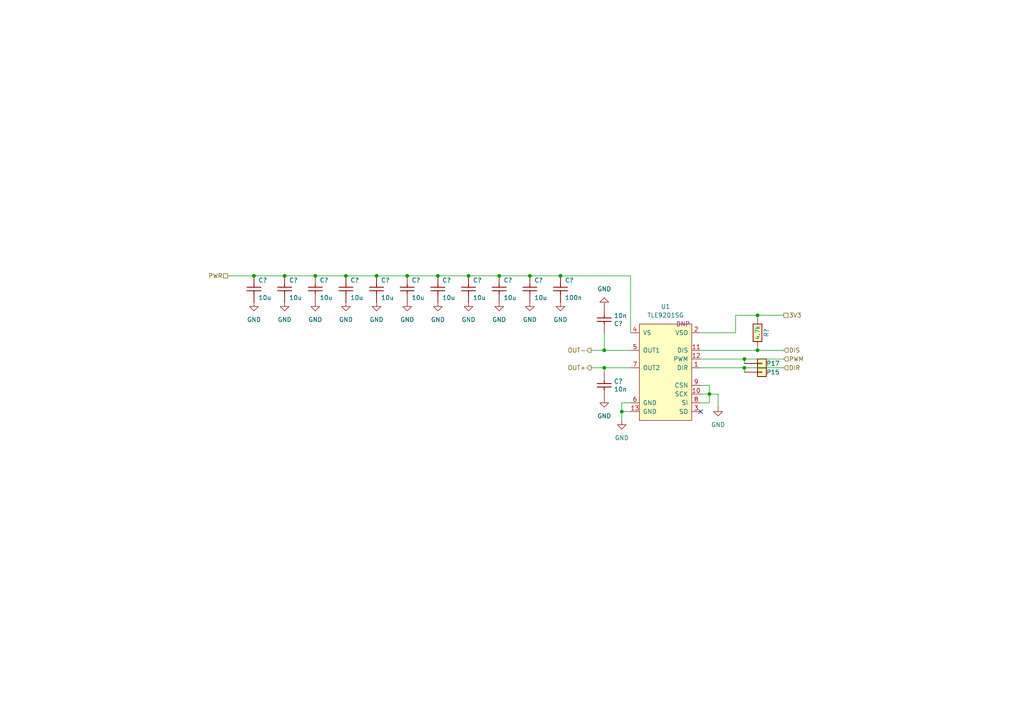
<source format=kicad_sch>
(kicad_sch (version 20231120) (generator "eeschema") (generator_version "8.0")
  (paper "A4")
  (title_block (title "UAEFI") (date "2024-08-15") (rev "D") (company "rusEFI.com"))
  (lib_symbols
    (symbol "GND_2" (power) (pin_numbers hide) (pin_names (offset 0) hide)
      (property "Value" "GND" (at 0 -3.81 0))
      (symbol "GND_2_0_1"
        (polyline (pts (xy 0 0) (xy 0 -1.27) (xy 1.27 -1.27) (xy 0 -2.54) (xy -1.27 -1.27) (xy 0 -1.27)))
      )
      (symbol "GND_2_1_1"
        (pin power_in line (at 0 0 270) (length 0) (name "~") (number "1"))
      )
    )
    (symbol "chips:TLE9201SG" (pin_names (offset 1.016))
      (property "Reference" "U" (at -1.27 3.81 0))
      (property "Value" "TLE9201SG" (at 2.54 1.27 0))
      (symbol "TLE9201SG_0_1"
        (rectangle (start -2.54 0) (end 12.7 -27.94) (fill (type background)))
      )
      (symbol "TLE9201SG_1_1"
        (pin passive line (at -5.08 -12.7 0) (length 2.54) (name "DIR") (number "1"))
        (pin passive line (at -5.08 -20.32 0) (length 2.54) (name "SCK") (number "10"))
        (pin passive line (at -5.08 -7.62 0) (length 2.54) (name "DIS") (number "11"))
        (pin passive line (at -5.08 -10.16 0) (length 2.54) (name "PWM") (number "12"))
        (pin passive line (at 15.24 -25.4 180) (length 2.54) (name "GND") (number "13"))
        (pin passive line (at -5.08 -2.54 0) (length 2.54) (name "VSO") (number "2"))
        (pin passive line (at -5.08 -25.4 0) (length 2.54) (name "SO") (number "3"))
        (pin passive line (at 15.24 -2.54 180) (length 2.54) (name "VS") (number "4"))
        (pin passive line (at 15.24 -7.62 180) (length 2.54) (name "OUT1") (number "5"))
        (pin passive line (at 15.24 -22.86 180) (length 2.54) (name "GND") (number "6"))
        (pin passive line (at 15.24 -12.7 180) (length 2.54) (name "OUT2") (number "7"))
        (pin passive line (at -5.08 -22.86 0) (length 2.54) (name "SI") (number "8"))
        (pin passive line (at -5.08 -17.78 0) (length 2.54) (name "CSN") (number "9"))
      )
    )
    (symbol "hellen-one-common:Cap" (pin_numbers hide)
      (property "Reference" "C" (at -3.81 2.54 0))
      (property "Value" "Cap" (at -2.54 -1.27 0))
      (symbol "Cap_1_0"
        (polyline (pts (xy -1.27 0) (xy -0.508 0)) (stroke (width 0.254)))
        (polyline (pts (xy -0.508 -2.032) (xy -0.508 2.032)) (stroke (width 0.254)))
        (polyline (pts (xy 0.508 2.032) (xy 0.508 -2.032)) (stroke (width 0.254)))
        (polyline (pts (xy 1.27 0) (xy 0.508 0)) (stroke (width 0.254)))
        (pin passive line (at -3.81 0 0) (length 2.54) (name "") (number "1"))
        (pin passive line (at 3.81 0 180) (length 2.54) (name "") (number "2"))
      )
    )
    (symbol "hellen-one-common:Pad" (pin_numbers hide) (pin_names (offset 1.016) hide)
      (property "Reference" "P" (at 2.54 0 0))
      (symbol "Pad_1_1"
        (rectangle (start -1.27 0.127) (end 0 -0.127) (stroke (width 0.1524)))
        (rectangle (start -1.27 1.27) (end 1.27 -1.27) (stroke (width 0.254)) (fill (type background)))
        (pin passive line (at -5.08 0 0) (length 3.81) (name "Pin_1") (number "1"))
      )
    )
    (symbol "hellen-one-common:Res" (pin_numbers hide)
      (property "Reference" "R" (at 3.81 2.54 0))
      (property "Value" "Res" (at 5.08 -2.54 0))
      (symbol "Res_1_0"
        (rectangle (start 2.54 -1.27) (end 7.62 1.27) (stroke (width 0.254)) (fill (type background)))
        (pin passive line (at 0 0 0) (length 2.54) (name "") (number "1"))
        (pin passive line (at 10.16 0 180) (length 2.54) (name "") (number "2"))
      )
    )
  )
  (junction (at 144.78 80.01))
  (junction (at 91.44 80.01))
  (junction (at 219.71 91.44))
  (junction (at 127 80.01))
  (junction (at 135.89 80.01))
  (junction (at 215.9 106.68))
  (junction (at 215.9 104.14))
  (junction (at 175.26 101.6))
  (junction (at 175.26 106.68))
  (junction (at 109.22 80.01))
  (junction (at 219.71 101.6))
  (junction (at 118.11 80.01))
  (junction (at 162.56 80.01))
  (junction (at 73.66 80.01))
  (junction (at 153.67 80.01))
  (junction (at 82.55 80.01))
  (junction (at 100.33 80.01))
  (junction (at 180.34 119.38))
  (junction (at 205.74 114.3))
  (no_connect (at 203.2 119.38))
  (wire (pts (xy 175.26 101.6) (xy 171.45 101.6)))
  (wire (pts (xy 203.2 96.52) (xy 213.36 96.52)))
  (wire (pts (xy 203.2 106.68) (xy 215.9 106.68)))
  (wire (pts (xy 153.67 80.01) (xy 162.56 80.01)))
  (wire (pts (xy 205.74 111.76) (xy 205.74 114.3)))
  (wire (pts (xy 215.9 104.14) (xy 215.9 105.41)))
  (wire (pts (xy 205.74 114.3) (xy 208.28 114.3)))
  (wire (pts (xy 203.2 101.6) (xy 219.71 101.6)))
  (wire (pts (xy 127 80.01) (xy 135.89 80.01)))
  (wire (pts (xy 180.34 119.38) (xy 182.88 119.38)))
  (wire (pts (xy 203.2 104.14) (xy 215.9 104.14)))
  (wire (pts (xy 91.44 80.01) (xy 100.33 80.01)))
  (wire (pts (xy 205.74 116.84) (xy 205.74 114.3)))
  (wire (pts (xy 215.9 104.14) (xy 227.33 104.14)))
  (wire (pts (xy 180.34 116.84) (xy 182.88 116.84)))
  (wire (pts (xy 215.9 106.68) (xy 227.33 106.68)))
  (wire (pts (xy 180.34 119.38) (xy 180.34 116.84)))
  (wire (pts (xy 175.26 106.68) (xy 182.88 106.68)))
  (wire (pts (xy 208.28 118.11) (xy 208.28 114.3)))
  (wire (pts (xy 203.2 111.76) (xy 205.74 111.76)))
  (wire (pts (xy 171.45 106.68) (xy 175.26 106.68)))
  (wire (pts (xy 182.88 101.6) (xy 175.26 101.6)))
  (wire (pts (xy 219.71 91.44) (xy 227.33 91.44)))
  (wire (pts (xy 144.78 80.01) (xy 153.67 80.01)))
  (wire (pts (xy 203.2 116.84) (xy 205.74 116.84)))
  (wire (pts (xy 213.36 96.52) (xy 213.36 91.44)))
  (wire (pts (xy 203.2 114.3) (xy 205.74 114.3)))
  (wire (pts (xy 82.55 80.01) (xy 91.44 80.01)))
  (wire (pts (xy 109.22 80.01) (xy 118.11 80.01)))
  (wire (pts (xy 73.66 80.01) (xy 82.55 80.01)))
  (wire (pts (xy 118.11 80.01) (xy 127 80.01)))
  (wire (pts (xy 175.26 101.6) (xy 175.26 96.52)))
  (wire (pts (xy 180.34 121.92) (xy 180.34 119.38)))
  (wire (pts (xy 175.26 106.68) (xy 175.26 107.95)))
  (wire (pts (xy 135.89 80.01) (xy 144.78 80.01)))
  (wire (pts (xy 213.36 91.44) (xy 219.71 91.44)))
  (wire (pts (xy 66.04 80.01) (xy 73.66 80.01)))
  (wire (pts (xy 219.71 101.6) (xy 227.33 101.6)))
  (wire (pts (xy 162.56 80.01) (xy 182.88 80.01)))
  (wire (pts (xy 182.88 80.01) (xy 182.88 96.52)))
  (wire (pts (xy 215.9 106.68) (xy 215.9 107.95)))
  (wire (pts (xy 100.33 80.01) (xy 109.22 80.01)))
  (hierarchical_label "OUT+" (shape output) (at 171.45 106.68 180))
  (hierarchical_label "DIR" (shape input) (at 227.33 106.68 0))
  (hierarchical_label "PWM" (shape input) (at 227.33 104.14 0))
  (hierarchical_label "PWR" (shape passive) (at 66.04 80.01 180) (property "Netclass" "DC_Driver_PWR" (effects (hide yes))))
  (hierarchical_label "OUT-" (shape output) (at 171.45 101.6 180))
  (hierarchical_label "DIS" (shape input) (at 227.33 101.6 0))
  (hierarchical_label "3V3" (shape passive) (at 227.33 91.44 0))
  (symbol (lib_name "GND_2") (lib_id "power:GND") (at 162.56 87.63 0) (unit 1)
    (property "Reference" "#PWR065" (effects (hide yes)))
    (property "Value" "GND" (at 162.56 92.71 0))
    (property "Description" "Power symbol creates a global label with name \"GND\" , ground" (effects (hide yes)))
  )
  (symbol (lib_id "hellen-one-common:Cap") (at 127 83.82 90) (unit 1)
    (property "Reference" "C?" (at 128.27 81.28 90) (effects (justify right)))
    (property "Value" "10u" (at 128.27 86.36 90) (effects (justify right)))
    (property "Footprint" "hellen-one-common:C0805" (effects (hide yes)))
    (property "LCSC" "C15850" (effects (hide yes)))
    (instances (project "hellen-112-17" (path "" (reference "C?") (unit 1))) (project "MST01" (path "" (reference "C7") (unit 1))))
  )
  (symbol (lib_id "hellen-one-common:Cap") (at 109.22 83.82 90) (unit 1)
    (property "Reference" "C?" (at 110.49 81.28 90) (effects (justify right)))
    (property "Value" "10u" (at 110.49 86.36 90) (effects (justify right)))
    (property "Footprint" "hellen-one-common:C0805" (effects (hide yes)))
    (property "LCSC" "C15850" (effects (hide yes)))
    (instances (project "hellen-112-17" (path "" (reference "C?") (unit 1))) (project "MST01" (path "" (reference "C5") (unit 1))))
  )
  (symbol (lib_name "GND_2") (lib_id "power:GND") (at 109.22 87.63 0) (unit 1)
    (property "Reference" "#PWR053" (effects (hide yes)))
    (property "Value" "GND" (at 109.22 92.71 0))
    (property "Description" "Power symbol creates a global label with name \"GND\" , ground" (effects (hide yes)))
  )
  (symbol (lib_id "hellen-one-common:Cap") (at 153.67 83.82 90) (unit 1)
    (property "Reference" "C?" (at 154.94 81.28 90) (effects (justify right)))
    (property "Value" "10u" (at 154.94 86.36 90) (effects (justify right)))
    (property "Footprint" "hellen-one-common:C0805" (effects (hide yes)))
    (property "LCSC" "C15850" (effects (hide yes)))
    (instances (project "hellen-112-17" (path "" (reference "C?") (unit 1))) (project "MST01" (path "" (reference "C10") (unit 1))))
  )
  (symbol (lib_id "hellen-one-common:Cap") (at 135.89 83.82 90) (unit 1)
    (property "Reference" "C?" (at 137.16 81.28 90) (effects (justify right)))
    (property "Value" "10u" (at 137.16 86.36 90) (effects (justify right)))
    (property "Footprint" "hellen-one-common:C0805" (effects (hide yes)))
    (property "LCSC" "C15850" (effects (hide yes)))
    (instances (project "hellen-112-17" (path "" (reference "C?") (unit 1))) (project "MST01" (path "" (reference "C8") (unit 1))))
  )
  (symbol (lib_id "hellen-one-common:Cap") (at 175.26 111.76 90) (unit 1)
    (property "Reference" "C?" (at 178.0541 110.6106 90) (effects (justify right)))
    (property "Value" "10n" (at 178.0541 112.9093 90) (effects (justify right)))
    (property "Footprint" "hellen-one-common:C0603" (effects (hide yes)))
    (property "LCSC" "C57112" (effects (hide yes)))
    (instances (project "hellen-112-17" (path "" (reference "C?") (unit 1)) (path "" (reference "C?") (unit 1))) (project "MST01" (path "" (reference "C13") (unit 1))))
  )
  (symbol (lib_id "hellen-one-common:Cap") (at 73.66 83.82 90) (unit 1)
    (property "Reference" "C?" (at 74.93 81.28 90) (effects (justify right)))
    (property "Value" "10u" (at 74.93 86.36 90) (effects (justify right)))
    (property "Footprint" "hellen-one-common:C0805" (effects (hide yes)))
    (property "LCSC" "C15850" (effects (hide yes)))
    (instances (project "hellen-112-17" (path "" (reference "C?") (unit 1))) (project "MST01" (path "" (reference "C1") (unit 1))))
  )
  (symbol (lib_name "GND_2") (lib_id "power:GND") (at 144.78 87.63 0) (unit 1)
    (property "Reference" "#PWR061" (effects (hide yes)))
    (property "Value" "GND" (at 144.78 92.71 0))
    (property "Description" "Power symbol creates a global label with name \"GND\" , ground" (effects (hide yes)))
  )
  (symbol (lib_id "hellen-one-common:Cap") (at 162.56 83.82 90) (unit 1)
    (property "Reference" "C?" (at 163.83 81.28 90) (effects (justify right)))
    (property "Value" "100n" (at 163.83 86.36 90) (effects (justify right)))
    (property "Footprint" "hellen-one-common:C0603" (effects (hide yes)))
    (property "LCSC" "C14663" (effects (hide yes)))
    (instances (project "hellen-112-17" (path "" (reference "C?") (unit 1))) (project "MST01" (path "" (reference "C11") (unit 1))))
  )
  (symbol (lib_name "GND_2") (lib_id "power:GND") (at 82.55 87.63 0) (unit 1)
    (property "Reference" "#PWR09" (effects (hide yes)))
    (property "Value" "GND" (at 82.55 92.71 0))
    (property "Description" "Power symbol creates a global label with name \"GND\" , ground" (effects (hide yes)))
  )
  (symbol (lib_name "GND_2") (lib_id "power:GND") (at 73.66 87.63 0) (unit 1)
    (property "Reference" "#PWR01" (effects (hide yes)))
    (property "Value" "GND" (at 73.66 92.71 0))
    (property "Description" "Power symbol creates a global label with name \"GND\" , ground" (effects (hide yes)))
  )
  (symbol (lib_id "hellen-one-common:Cap") (at 100.33 83.82 90) (unit 1)
    (property "Reference" "C?" (at 101.6 81.28 90) (effects (justify right)))
    (property "Value" "10u" (at 101.6 86.36 90) (effects (justify right)))
    (property "Footprint" "hellen-one-common:C0805" (effects (hide yes)))
    (property "LCSC" "C15850" (effects (hide yes)))
    (instances (project "hellen-112-17" (path "" (reference "C?") (unit 1))) (project "MST01" (path "" (reference "C4") (unit 1))))
  )
  (symbol (lib_name "GND_2") (lib_id "power:GND") (at 118.11 87.63 0) (unit 1)
    (property "Reference" "#PWR055" (effects (hide yes)))
    (property "Value" "GND" (at 118.11 92.71 0))
    (property "Description" "Power symbol creates a global label with name \"GND\" , ground" (effects (hide yes)))
  )
  (symbol (lib_id "hellen-one-common:Cap") (at 144.78 83.82 90) (unit 1)
    (property "Reference" "C?" (at 146.05 81.28 90) (effects (justify right)))
    (property "Value" "10u" (at 146.05 86.36 90) (effects (justify right)))
    (property "Footprint" "hellen-one-common:C0805" (effects (hide yes)))
    (property "LCSC" "C15850" (effects (hide yes)))
    (instances (project "hellen-112-17" (path "" (reference "C?") (unit 1))) (project "MST01" (path "" (reference "C9") (unit 1))))
  )
  (symbol (lib_name "GND_2") (lib_id "power:GND") (at 127 87.63 0) (unit 1)
    (property "Reference" "#PWR057" (effects (hide yes)))
    (property "Value" "GND" (at 127 92.71 0))
    (property "Description" "Power symbol creates a global label with name \"GND\" , ground" (effects (hide yes)))
  )
  (symbol (lib_id "hellen-one-common:Pad") (at 220.98 107.95 0) (unit 1)
    (property "Reference" "P15" (at 222.25 107.95 0) (effects (justify left)))
    (property "Value" "Pad" (effects (hide yes)))
    (property "Footprint" "Impronte-mie:PAD-TH-senza-serigrafia" (effects (hide yes)))
  )
  (symbol (lib_id "hellen-one-common:Res") (at 219.71 101.6 90) (unit 1)
    (property "Reference" "R?" (at 222.25 96.52 0))
    (property "Value" "4.7k" (at 219.71 96.52 0))
    (property "Footprint" "hellen-one-common:R0603" (effects (hide yes)))
    (property "LCSC" "C23162" (effects (hide yes)))
    (instances (project "hellen-112-17" (path "" (reference "R?") (unit 1)) (path "" (reference "R?") (unit 1))) (project "MST01" (path "" (reference "R9") (unit 1))))
  )
  (symbol (lib_id "chips:TLE9201SG") (at 198.12 93.98 0) (mirror y) (unit 1)
    (property "Reference" "U1" (at 193.04 88.9 0))
    (property "Value" "TLE9201SG" (at 193.04 91.44 0))
    (property "Footprint" "Package_SO:Infineon_PG-DSO-12-11" (effects (hide yes)))
    (property "MyComment" "C2653438" (effects (hide yes)))
    (property "Note-mie" "DNP" (at 198.12 93.98 0))
  )
  (symbol (lib_id "hellen-one-common:Cap") (at 118.11 83.82 90) (unit 1)
    (property "Reference" "C?" (at 119.38 81.28 90) (effects (justify right)))
    (property "Value" "10u" (at 119.38 86.36 90) (effects (justify right)))
    (property "Footprint" "hellen-one-common:C0805" (effects (hide yes)))
    (property "LCSC" "C15850" (effects (hide yes)))
    (instances (project "hellen-112-17" (path "" (reference "C?") (unit 1))) (project "MST01" (path "" (reference "C6") (unit 1))))
  )
  (symbol (lib_name "GND_2") (lib_id "power:GND") (at 91.44 87.63 0) (unit 1)
    (property "Reference" "#PWR042" (effects (hide yes)))
    (property "Value" "GND" (at 91.44 92.71 0))
    (property "Description" "Power symbol creates a global label with name \"GND\" , ground" (effects (hide yes)))
  )
  (symbol (lib_name "GND_2") (lib_id "power:GND") (at 100.33 87.63 0) (unit 1)
    (property "Reference" "#PWR050" (effects (hide yes)))
    (property "Value" "GND" (at 100.33 92.71 0))
    (property "Description" "Power symbol creates a global label with name \"GND\" , ground" (effects (hide yes)))
  )
  (symbol (lib_name "GND_2") (lib_id "power:GND") (at 135.89 87.63 0) (unit 1)
    (property "Reference" "#PWR059" (effects (hide yes)))
    (property "Value" "GND" (at 135.89 92.71 0))
    (property "Description" "Power symbol creates a global label with name \"GND\" , ground" (effects (hide yes)))
  )
  (symbol (lib_id "hellen-one-common:Cap") (at 175.26 92.71 90) (mirror x) (unit 1)
    (property "Reference" "C?" (at 178.0541 93.8594 90) (effects (justify right)))
    (property "Value" "10n" (at 178.0541 91.5607 90) (effects (justify right)))
    (property "Footprint" "hellen-one-common:C0603" (effects (hide yes)))
    (property "LCSC" "C57112" (effects (hide yes)))
    (instances (project "hellen-112-17" (path "" (reference "C?") (unit 1)) (path "" (reference "C?") (unit 1))) (project "MST01" (path "" (reference "C12") (unit 1))))
  )
  (symbol (lib_name "GND_2") (lib_id "power:GND") (at 153.67 87.63 0) (unit 1)
    (property "Reference" "#PWR063" (effects (hide yes)))
    (property "Value" "GND" (at 153.67 92.71 0))
    (property "Description" "Power symbol creates a global label with name \"GND\" , ground" (effects (hide yes)))
  )
  (symbol (lib_id "hellen-one-common:Pad") (at 220.98 105.41 0) (unit 1)
    (property "Reference" "P17" (at 222.25 105.41 0) (effects (justify left)))
    (property "Value" "Pad" (effects (hide yes)))
    (property "Footprint" "Impronte-mie:PAD-TH-senza-serigrafia" (effects (hide yes)))
  )
  (symbol (lib_name "GND_2") (lib_id "power:GND") (at 208.28 118.11 0) (unit 1)
    (property "Reference" "#PWR079" (effects (hide yes)))
    (property "Value" "GND" (at 208.28 123.19 0))
    (property "Description" "Power symbol creates a global label with name \"GND\" , ground" (effects (hide yes)))
  )
  (symbol (lib_name "GND_2") (lib_id "power:GND") (at 180.34 121.92 0) (unit 1)
    (property "Reference" "#PWR077" (effects (hide yes)))
    (property "Value" "GND" (at 180.34 127 0))
    (property "Description" "Power symbol creates a global label with name \"GND\" , ground" (effects (hide yes)))
  )
  (symbol (lib_id "hellen-one-common:Cap") (at 82.55 83.82 90) (unit 1)
    (property "Reference" "C?" (at 83.82 81.28 90) (effects (justify right)))
    (property "Value" "10u" (at 83.82 86.36 90) (effects (justify right)))
    (property "Footprint" "hellen-one-common:C0805" (effects (hide yes)))
    (property "LCSC" "C15850" (effects (hide yes)))
    (instances (project "hellen-112-17" (path "" (reference "C?") (unit 1))) (project "MST01" (path "" (reference "C2") (unit 1))))
  )
  (symbol (lib_name "GND_2") (lib_id "power:GND") (at 175.26 115.57 0) (unit 1)
    (property "Reference" "#PWR075" (effects (hide yes)))
    (property "Value" "GND" (at 175.26 120.65 0))
    (property "Description" "Power symbol creates a global label with name \"GND\" , ground" (effects (hide yes)))
  )
  (symbol (lib_id "hellen-one-common:Cap") (at 91.44 83.82 90) (unit 1)
    (property "Reference" "C?" (at 92.71 81.28 90) (effects (justify right)))
    (property "Value" "10u" (at 92.71 86.36 90) (effects (justify right)))
    (property "Footprint" "hellen-one-common:C0805" (effects (hide yes)))
    (property "LCSC" "C15850" (effects (hide yes)))
    (instances (project "hellen-112-17" (path "" (reference "C?") (unit 1))) (project "MST01" (path "" (reference "C3") (unit 1))))
  )
  (symbol (lib_name "GND_2") (lib_id "power:GND") (at 175.26 88.9 180) (unit 1)
    (property "Reference" "#PWR081" (effects (hide yes)))
    (property "Value" "GND" (at 175.26 83.82 0))
    (property "Description" "Power symbol creates a global label with name \"GND\" , ground" (effects (hide yes)))
  )
)
</source>
